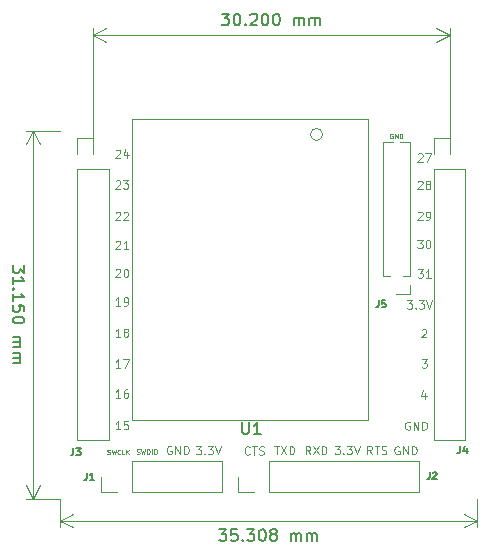
<source format=gbr>
G04 #@! TF.GenerationSoftware,KiCad,Pcbnew,(5.1.5)-3*
G04 #@! TF.CreationDate,2020-01-29T14:55:58+01:00*
G04 #@! TF.ProjectId,Adapter,41646170-7465-4722-9e6b-696361645f70,1*
G04 #@! TF.SameCoordinates,Original*
G04 #@! TF.FileFunction,Legend,Top*
G04 #@! TF.FilePolarity,Positive*
%FSLAX46Y46*%
G04 Gerber Fmt 4.6, Leading zero omitted, Abs format (unit mm)*
G04 Created by KiCad (PCBNEW (5.1.5)-3) date 2020-01-29 14:55:58*
%MOMM*%
%LPD*%
G04 APERTURE LIST*
%ADD10C,0.150000*%
%ADD11C,0.120000*%
%ADD12C,0.100000*%
G04 APERTURE END LIST*
D10*
X142024523Y-70877180D02*
X142643571Y-70877180D01*
X142310238Y-71258133D01*
X142453095Y-71258133D01*
X142548333Y-71305752D01*
X142595952Y-71353371D01*
X142643571Y-71448609D01*
X142643571Y-71686704D01*
X142595952Y-71781942D01*
X142548333Y-71829561D01*
X142453095Y-71877180D01*
X142167380Y-71877180D01*
X142072142Y-71829561D01*
X142024523Y-71781942D01*
X143262619Y-70877180D02*
X143357857Y-70877180D01*
X143453095Y-70924800D01*
X143500714Y-70972419D01*
X143548333Y-71067657D01*
X143595952Y-71258133D01*
X143595952Y-71496228D01*
X143548333Y-71686704D01*
X143500714Y-71781942D01*
X143453095Y-71829561D01*
X143357857Y-71877180D01*
X143262619Y-71877180D01*
X143167380Y-71829561D01*
X143119761Y-71781942D01*
X143072142Y-71686704D01*
X143024523Y-71496228D01*
X143024523Y-71258133D01*
X143072142Y-71067657D01*
X143119761Y-70972419D01*
X143167380Y-70924800D01*
X143262619Y-70877180D01*
X144024523Y-71781942D02*
X144072142Y-71829561D01*
X144024523Y-71877180D01*
X143976904Y-71829561D01*
X144024523Y-71781942D01*
X144024523Y-71877180D01*
X144453095Y-70972419D02*
X144500714Y-70924800D01*
X144595952Y-70877180D01*
X144834047Y-70877180D01*
X144929285Y-70924800D01*
X144976904Y-70972419D01*
X145024523Y-71067657D01*
X145024523Y-71162895D01*
X144976904Y-71305752D01*
X144405476Y-71877180D01*
X145024523Y-71877180D01*
X145643571Y-70877180D02*
X145738809Y-70877180D01*
X145834047Y-70924800D01*
X145881666Y-70972419D01*
X145929285Y-71067657D01*
X145976904Y-71258133D01*
X145976904Y-71496228D01*
X145929285Y-71686704D01*
X145881666Y-71781942D01*
X145834047Y-71829561D01*
X145738809Y-71877180D01*
X145643571Y-71877180D01*
X145548333Y-71829561D01*
X145500714Y-71781942D01*
X145453095Y-71686704D01*
X145405476Y-71496228D01*
X145405476Y-71258133D01*
X145453095Y-71067657D01*
X145500714Y-70972419D01*
X145548333Y-70924800D01*
X145643571Y-70877180D01*
X146595952Y-70877180D02*
X146691190Y-70877180D01*
X146786428Y-70924800D01*
X146834047Y-70972419D01*
X146881666Y-71067657D01*
X146929285Y-71258133D01*
X146929285Y-71496228D01*
X146881666Y-71686704D01*
X146834047Y-71781942D01*
X146786428Y-71829561D01*
X146691190Y-71877180D01*
X146595952Y-71877180D01*
X146500714Y-71829561D01*
X146453095Y-71781942D01*
X146405476Y-71686704D01*
X146357857Y-71496228D01*
X146357857Y-71258133D01*
X146405476Y-71067657D01*
X146453095Y-70972419D01*
X146500714Y-70924800D01*
X146595952Y-70877180D01*
X148119761Y-71877180D02*
X148119761Y-71210514D01*
X148119761Y-71305752D02*
X148167380Y-71258133D01*
X148262619Y-71210514D01*
X148405476Y-71210514D01*
X148500714Y-71258133D01*
X148548333Y-71353371D01*
X148548333Y-71877180D01*
X148548333Y-71353371D02*
X148595952Y-71258133D01*
X148691190Y-71210514D01*
X148834047Y-71210514D01*
X148929285Y-71258133D01*
X148976904Y-71353371D01*
X148976904Y-71877180D01*
X149453095Y-71877180D02*
X149453095Y-71210514D01*
X149453095Y-71305752D02*
X149500714Y-71258133D01*
X149595952Y-71210514D01*
X149738809Y-71210514D01*
X149834047Y-71258133D01*
X149881666Y-71353371D01*
X149881666Y-71877180D01*
X149881666Y-71353371D02*
X149929285Y-71258133D01*
X150024523Y-71210514D01*
X150167380Y-71210514D01*
X150262619Y-71258133D01*
X150310238Y-71353371D01*
X150310238Y-71877180D01*
D11*
X131115000Y-72694800D02*
X161315000Y-72694800D01*
X131115000Y-82753200D02*
X131115000Y-72108379D01*
X161315000Y-82753200D02*
X161315000Y-72108379D01*
X161315000Y-72694800D02*
X160188496Y-73281221D01*
X161315000Y-72694800D02*
X160188496Y-72108379D01*
X131115000Y-72694800D02*
X132241504Y-73281221D01*
X131115000Y-72694800D02*
X132241504Y-72108379D01*
D10*
X141788323Y-114514380D02*
X142407371Y-114514380D01*
X142074038Y-114895333D01*
X142216895Y-114895333D01*
X142312133Y-114942952D01*
X142359752Y-114990571D01*
X142407371Y-115085809D01*
X142407371Y-115323904D01*
X142359752Y-115419142D01*
X142312133Y-115466761D01*
X142216895Y-115514380D01*
X141931180Y-115514380D01*
X141835942Y-115466761D01*
X141788323Y-115419142D01*
X143312133Y-114514380D02*
X142835942Y-114514380D01*
X142788323Y-114990571D01*
X142835942Y-114942952D01*
X142931180Y-114895333D01*
X143169276Y-114895333D01*
X143264514Y-114942952D01*
X143312133Y-114990571D01*
X143359752Y-115085809D01*
X143359752Y-115323904D01*
X143312133Y-115419142D01*
X143264514Y-115466761D01*
X143169276Y-115514380D01*
X142931180Y-115514380D01*
X142835942Y-115466761D01*
X142788323Y-115419142D01*
X143788323Y-115419142D02*
X143835942Y-115466761D01*
X143788323Y-115514380D01*
X143740704Y-115466761D01*
X143788323Y-115419142D01*
X143788323Y-115514380D01*
X144169276Y-114514380D02*
X144788323Y-114514380D01*
X144454990Y-114895333D01*
X144597847Y-114895333D01*
X144693085Y-114942952D01*
X144740704Y-114990571D01*
X144788323Y-115085809D01*
X144788323Y-115323904D01*
X144740704Y-115419142D01*
X144693085Y-115466761D01*
X144597847Y-115514380D01*
X144312133Y-115514380D01*
X144216895Y-115466761D01*
X144169276Y-115419142D01*
X145407371Y-114514380D02*
X145502609Y-114514380D01*
X145597847Y-114562000D01*
X145645466Y-114609619D01*
X145693085Y-114704857D01*
X145740704Y-114895333D01*
X145740704Y-115133428D01*
X145693085Y-115323904D01*
X145645466Y-115419142D01*
X145597847Y-115466761D01*
X145502609Y-115514380D01*
X145407371Y-115514380D01*
X145312133Y-115466761D01*
X145264514Y-115419142D01*
X145216895Y-115323904D01*
X145169276Y-115133428D01*
X145169276Y-114895333D01*
X145216895Y-114704857D01*
X145264514Y-114609619D01*
X145312133Y-114562000D01*
X145407371Y-114514380D01*
X146312133Y-114942952D02*
X146216895Y-114895333D01*
X146169276Y-114847714D01*
X146121657Y-114752476D01*
X146121657Y-114704857D01*
X146169276Y-114609619D01*
X146216895Y-114562000D01*
X146312133Y-114514380D01*
X146502609Y-114514380D01*
X146597847Y-114562000D01*
X146645466Y-114609619D01*
X146693085Y-114704857D01*
X146693085Y-114752476D01*
X146645466Y-114847714D01*
X146597847Y-114895333D01*
X146502609Y-114942952D01*
X146312133Y-114942952D01*
X146216895Y-114990571D01*
X146169276Y-115038190D01*
X146121657Y-115133428D01*
X146121657Y-115323904D01*
X146169276Y-115419142D01*
X146216895Y-115466761D01*
X146312133Y-115514380D01*
X146502609Y-115514380D01*
X146597847Y-115466761D01*
X146645466Y-115419142D01*
X146693085Y-115323904D01*
X146693085Y-115133428D01*
X146645466Y-115038190D01*
X146597847Y-114990571D01*
X146502609Y-114942952D01*
X147883561Y-115514380D02*
X147883561Y-114847714D01*
X147883561Y-114942952D02*
X147931180Y-114895333D01*
X148026419Y-114847714D01*
X148169276Y-114847714D01*
X148264514Y-114895333D01*
X148312133Y-114990571D01*
X148312133Y-115514380D01*
X148312133Y-114990571D02*
X148359752Y-114895333D01*
X148454990Y-114847714D01*
X148597847Y-114847714D01*
X148693085Y-114895333D01*
X148740704Y-114990571D01*
X148740704Y-115514380D01*
X149216895Y-115514380D02*
X149216895Y-114847714D01*
X149216895Y-114942952D02*
X149264514Y-114895333D01*
X149359752Y-114847714D01*
X149502609Y-114847714D01*
X149597847Y-114895333D01*
X149645466Y-114990571D01*
X149645466Y-115514380D01*
X149645466Y-114990571D02*
X149693085Y-114895333D01*
X149788323Y-114847714D01*
X149931180Y-114847714D01*
X150026419Y-114895333D01*
X150074038Y-114990571D01*
X150074038Y-115514380D01*
D11*
X128324800Y-113792000D02*
X163632800Y-113792000D01*
X128324800Y-111950000D02*
X128324800Y-114378421D01*
X163632800Y-111950000D02*
X163632800Y-114378421D01*
X163632800Y-113792000D02*
X162506296Y-114378421D01*
X163632800Y-113792000D02*
X162506296Y-113205579D01*
X128324800Y-113792000D02*
X129451304Y-114378421D01*
X128324800Y-113792000D02*
X129451304Y-113205579D01*
D10*
X125312419Y-92184523D02*
X125312419Y-92803571D01*
X124931466Y-92470238D01*
X124931466Y-92613095D01*
X124883847Y-92708333D01*
X124836228Y-92755952D01*
X124740990Y-92803571D01*
X124502895Y-92803571D01*
X124407657Y-92755952D01*
X124360038Y-92708333D01*
X124312419Y-92613095D01*
X124312419Y-92327380D01*
X124360038Y-92232142D01*
X124407657Y-92184523D01*
X124312419Y-93755952D02*
X124312419Y-93184523D01*
X124312419Y-93470238D02*
X125312419Y-93470238D01*
X125169561Y-93375000D01*
X125074323Y-93279761D01*
X125026704Y-93184523D01*
X124407657Y-94184523D02*
X124360038Y-94232142D01*
X124312419Y-94184523D01*
X124360038Y-94136904D01*
X124407657Y-94184523D01*
X124312419Y-94184523D01*
X124312419Y-95184523D02*
X124312419Y-94613095D01*
X124312419Y-94898809D02*
X125312419Y-94898809D01*
X125169561Y-94803571D01*
X125074323Y-94708333D01*
X125026704Y-94613095D01*
X125312419Y-96089285D02*
X125312419Y-95613095D01*
X124836228Y-95565476D01*
X124883847Y-95613095D01*
X124931466Y-95708333D01*
X124931466Y-95946428D01*
X124883847Y-96041666D01*
X124836228Y-96089285D01*
X124740990Y-96136904D01*
X124502895Y-96136904D01*
X124407657Y-96089285D01*
X124360038Y-96041666D01*
X124312419Y-95946428D01*
X124312419Y-95708333D01*
X124360038Y-95613095D01*
X124407657Y-95565476D01*
X125312419Y-96755952D02*
X125312419Y-96851190D01*
X125264800Y-96946428D01*
X125217180Y-96994047D01*
X125121942Y-97041666D01*
X124931466Y-97089285D01*
X124693371Y-97089285D01*
X124502895Y-97041666D01*
X124407657Y-96994047D01*
X124360038Y-96946428D01*
X124312419Y-96851190D01*
X124312419Y-96755952D01*
X124360038Y-96660714D01*
X124407657Y-96613095D01*
X124502895Y-96565476D01*
X124693371Y-96517857D01*
X124931466Y-96517857D01*
X125121942Y-96565476D01*
X125217180Y-96613095D01*
X125264800Y-96660714D01*
X125312419Y-96755952D01*
X124312419Y-98279761D02*
X124979085Y-98279761D01*
X124883847Y-98279761D02*
X124931466Y-98327380D01*
X124979085Y-98422619D01*
X124979085Y-98565476D01*
X124931466Y-98660714D01*
X124836228Y-98708333D01*
X124312419Y-98708333D01*
X124836228Y-98708333D02*
X124931466Y-98755952D01*
X124979085Y-98851190D01*
X124979085Y-98994047D01*
X124931466Y-99089285D01*
X124836228Y-99136904D01*
X124312419Y-99136904D01*
X124312419Y-99613095D02*
X124979085Y-99613095D01*
X124883847Y-99613095D02*
X124931466Y-99660714D01*
X124979085Y-99755952D01*
X124979085Y-99898809D01*
X124931466Y-99994047D01*
X124836228Y-100041666D01*
X124312419Y-100041666D01*
X124836228Y-100041666D02*
X124931466Y-100089285D01*
X124979085Y-100184523D01*
X124979085Y-100327380D01*
X124931466Y-100422619D01*
X124836228Y-100470238D01*
X124312419Y-100470238D01*
D11*
X126034800Y-80800000D02*
X126034800Y-111950000D01*
X128324800Y-80800000D02*
X125448379Y-80800000D01*
X128324800Y-111950000D02*
X125448379Y-111950000D01*
X126034800Y-111950000D02*
X125448379Y-110823496D01*
X126034800Y-111950000D02*
X126621221Y-110823496D01*
X126034800Y-80800000D02*
X125448379Y-81926504D01*
X126034800Y-80800000D02*
X126621221Y-81926504D01*
D12*
X137769666Y-107498400D02*
X137703000Y-107465066D01*
X137603000Y-107465066D01*
X137503000Y-107498400D01*
X137436333Y-107565066D01*
X137403000Y-107631733D01*
X137369666Y-107765066D01*
X137369666Y-107865066D01*
X137403000Y-107998400D01*
X137436333Y-108065066D01*
X137503000Y-108131733D01*
X137603000Y-108165066D01*
X137669666Y-108165066D01*
X137769666Y-108131733D01*
X137803000Y-108098400D01*
X137803000Y-107865066D01*
X137669666Y-107865066D01*
X138103000Y-108165066D02*
X138103000Y-107465066D01*
X138503000Y-108165066D01*
X138503000Y-107465066D01*
X138836333Y-108165066D02*
X138836333Y-107465066D01*
X139003000Y-107465066D01*
X139103000Y-107498400D01*
X139169666Y-107565066D01*
X139203000Y-107631733D01*
X139236333Y-107765066D01*
X139236333Y-107865066D01*
X139203000Y-107998400D01*
X139169666Y-108065066D01*
X139103000Y-108131733D01*
X139003000Y-108165066D01*
X138836333Y-108165066D01*
X134839180Y-108137304D02*
X134896323Y-108156352D01*
X134991561Y-108156352D01*
X135029657Y-108137304D01*
X135048704Y-108118257D01*
X135067752Y-108080161D01*
X135067752Y-108042066D01*
X135048704Y-108003971D01*
X135029657Y-107984923D01*
X134991561Y-107965876D01*
X134915371Y-107946828D01*
X134877276Y-107927780D01*
X134858228Y-107908733D01*
X134839180Y-107870638D01*
X134839180Y-107832542D01*
X134858228Y-107794447D01*
X134877276Y-107775400D01*
X134915371Y-107756352D01*
X135010609Y-107756352D01*
X135067752Y-107775400D01*
X135201085Y-107756352D02*
X135296323Y-108156352D01*
X135372514Y-107870638D01*
X135448704Y-108156352D01*
X135543942Y-107756352D01*
X135696323Y-108156352D02*
X135696323Y-107756352D01*
X135791561Y-107756352D01*
X135848704Y-107775400D01*
X135886800Y-107813495D01*
X135905847Y-107851590D01*
X135924895Y-107927780D01*
X135924895Y-107984923D01*
X135905847Y-108061114D01*
X135886800Y-108099209D01*
X135848704Y-108137304D01*
X135791561Y-108156352D01*
X135696323Y-108156352D01*
X136096323Y-108156352D02*
X136096323Y-107756352D01*
X136362990Y-107756352D02*
X136439180Y-107756352D01*
X136477276Y-107775400D01*
X136515371Y-107813495D01*
X136534419Y-107889685D01*
X136534419Y-108023019D01*
X136515371Y-108099209D01*
X136477276Y-108137304D01*
X136439180Y-108156352D01*
X136362990Y-108156352D01*
X136324895Y-108137304D01*
X136286800Y-108099209D01*
X136267752Y-108023019D01*
X136267752Y-107889685D01*
X136286800Y-107813495D01*
X136324895Y-107775400D01*
X136362990Y-107756352D01*
X132343638Y-108162704D02*
X132400780Y-108181752D01*
X132496019Y-108181752D01*
X132534114Y-108162704D01*
X132553161Y-108143657D01*
X132572209Y-108105561D01*
X132572209Y-108067466D01*
X132553161Y-108029371D01*
X132534114Y-108010323D01*
X132496019Y-107991276D01*
X132419828Y-107972228D01*
X132381733Y-107953180D01*
X132362685Y-107934133D01*
X132343638Y-107896038D01*
X132343638Y-107857942D01*
X132362685Y-107819847D01*
X132381733Y-107800800D01*
X132419828Y-107781752D01*
X132515066Y-107781752D01*
X132572209Y-107800800D01*
X132705542Y-107781752D02*
X132800780Y-108181752D01*
X132876971Y-107896038D01*
X132953161Y-108181752D01*
X133048400Y-107781752D01*
X133429352Y-108143657D02*
X133410304Y-108162704D01*
X133353161Y-108181752D01*
X133315066Y-108181752D01*
X133257923Y-108162704D01*
X133219828Y-108124609D01*
X133200780Y-108086514D01*
X133181733Y-108010323D01*
X133181733Y-107953180D01*
X133200780Y-107876990D01*
X133219828Y-107838895D01*
X133257923Y-107800800D01*
X133315066Y-107781752D01*
X133353161Y-107781752D01*
X133410304Y-107800800D01*
X133429352Y-107819847D01*
X133791257Y-108181752D02*
X133600780Y-108181752D01*
X133600780Y-107781752D01*
X133924590Y-108181752D02*
X133924590Y-107781752D01*
X134153161Y-108181752D02*
X133981733Y-107953180D01*
X134153161Y-107781752D02*
X133924590Y-108010323D01*
X139835066Y-107490466D02*
X140268400Y-107490466D01*
X140035066Y-107757133D01*
X140135066Y-107757133D01*
X140201733Y-107790466D01*
X140235066Y-107823800D01*
X140268400Y-107890466D01*
X140268400Y-108057133D01*
X140235066Y-108123800D01*
X140201733Y-108157133D01*
X140135066Y-108190466D01*
X139935066Y-108190466D01*
X139868400Y-108157133D01*
X139835066Y-108123800D01*
X140568400Y-108123800D02*
X140601733Y-108157133D01*
X140568400Y-108190466D01*
X140535066Y-108157133D01*
X140568400Y-108123800D01*
X140568400Y-108190466D01*
X140835066Y-107490466D02*
X141268400Y-107490466D01*
X141035066Y-107757133D01*
X141135066Y-107757133D01*
X141201733Y-107790466D01*
X141235066Y-107823800D01*
X141268400Y-107890466D01*
X141268400Y-108057133D01*
X141235066Y-108123800D01*
X141201733Y-108157133D01*
X141135066Y-108190466D01*
X140935066Y-108190466D01*
X140868400Y-108157133D01*
X140835066Y-108123800D01*
X141468400Y-107490466D02*
X141701733Y-108190466D01*
X141935066Y-107490466D01*
X154759866Y-108165066D02*
X154526533Y-107831733D01*
X154359866Y-108165066D02*
X154359866Y-107465066D01*
X154626533Y-107465066D01*
X154693200Y-107498400D01*
X154726533Y-107531733D01*
X154759866Y-107598400D01*
X154759866Y-107698400D01*
X154726533Y-107765066D01*
X154693200Y-107798400D01*
X154626533Y-107831733D01*
X154359866Y-107831733D01*
X154959866Y-107465066D02*
X155359866Y-107465066D01*
X155159866Y-108165066D02*
X155159866Y-107465066D01*
X155559866Y-108131733D02*
X155659866Y-108165066D01*
X155826533Y-108165066D01*
X155893200Y-108131733D01*
X155926533Y-108098400D01*
X155959866Y-108031733D01*
X155959866Y-107965066D01*
X155926533Y-107898400D01*
X155893200Y-107865066D01*
X155826533Y-107831733D01*
X155693200Y-107798400D01*
X155626533Y-107765066D01*
X155593200Y-107731733D01*
X155559866Y-107665066D01*
X155559866Y-107598400D01*
X155593200Y-107531733D01*
X155626533Y-107498400D01*
X155693200Y-107465066D01*
X155859866Y-107465066D01*
X155959866Y-107498400D01*
X149520333Y-108190466D02*
X149287000Y-107857133D01*
X149120333Y-108190466D02*
X149120333Y-107490466D01*
X149387000Y-107490466D01*
X149453666Y-107523800D01*
X149487000Y-107557133D01*
X149520333Y-107623800D01*
X149520333Y-107723800D01*
X149487000Y-107790466D01*
X149453666Y-107823800D01*
X149387000Y-107857133D01*
X149120333Y-107857133D01*
X149753666Y-107490466D02*
X150220333Y-108190466D01*
X150220333Y-107490466D02*
X149753666Y-108190466D01*
X150487000Y-108190466D02*
X150487000Y-107490466D01*
X150653666Y-107490466D01*
X150753666Y-107523800D01*
X150820333Y-107590466D01*
X150853666Y-107657133D01*
X150887000Y-107790466D01*
X150887000Y-107890466D01*
X150853666Y-108023800D01*
X150820333Y-108090466D01*
X150753666Y-108157133D01*
X150653666Y-108190466D01*
X150487000Y-108190466D01*
X146462066Y-107490466D02*
X146862066Y-107490466D01*
X146662066Y-108190466D02*
X146662066Y-107490466D01*
X147028733Y-107490466D02*
X147495400Y-108190466D01*
X147495400Y-107490466D02*
X147028733Y-108190466D01*
X147762066Y-108190466D02*
X147762066Y-107490466D01*
X147928733Y-107490466D01*
X148028733Y-107523800D01*
X148095400Y-107590466D01*
X148128733Y-107657133D01*
X148162066Y-107790466D01*
X148162066Y-107890466D01*
X148128733Y-108023800D01*
X148095400Y-108090466D01*
X148028733Y-108157133D01*
X147928733Y-108190466D01*
X147762066Y-108190466D01*
X144396666Y-108149200D02*
X144363333Y-108182533D01*
X144263333Y-108215866D01*
X144196666Y-108215866D01*
X144096666Y-108182533D01*
X144030000Y-108115866D01*
X143996666Y-108049200D01*
X143963333Y-107915866D01*
X143963333Y-107815866D01*
X143996666Y-107682533D01*
X144030000Y-107615866D01*
X144096666Y-107549200D01*
X144196666Y-107515866D01*
X144263333Y-107515866D01*
X144363333Y-107549200D01*
X144396666Y-107582533D01*
X144596666Y-107515866D02*
X144996666Y-107515866D01*
X144796666Y-108215866D02*
X144796666Y-107515866D01*
X145196666Y-108182533D02*
X145296666Y-108215866D01*
X145463333Y-108215866D01*
X145530000Y-108182533D01*
X145563333Y-108149200D01*
X145596666Y-108082533D01*
X145596666Y-108015866D01*
X145563333Y-107949200D01*
X145530000Y-107915866D01*
X145463333Y-107882533D01*
X145330000Y-107849200D01*
X145263333Y-107815866D01*
X145230000Y-107782533D01*
X145196666Y-107715866D01*
X145196666Y-107649200D01*
X145230000Y-107582533D01*
X145263333Y-107549200D01*
X145330000Y-107515866D01*
X145496666Y-107515866D01*
X145596666Y-107549200D01*
X157048266Y-107523800D02*
X156981600Y-107490466D01*
X156881600Y-107490466D01*
X156781600Y-107523800D01*
X156714933Y-107590466D01*
X156681600Y-107657133D01*
X156648266Y-107790466D01*
X156648266Y-107890466D01*
X156681600Y-108023800D01*
X156714933Y-108090466D01*
X156781600Y-108157133D01*
X156881600Y-108190466D01*
X156948266Y-108190466D01*
X157048266Y-108157133D01*
X157081600Y-108123800D01*
X157081600Y-107890466D01*
X156948266Y-107890466D01*
X157381600Y-108190466D02*
X157381600Y-107490466D01*
X157781600Y-108190466D01*
X157781600Y-107490466D01*
X158114933Y-108190466D02*
X158114933Y-107490466D01*
X158281600Y-107490466D01*
X158381600Y-107523800D01*
X158448266Y-107590466D01*
X158481600Y-107657133D01*
X158514933Y-107790466D01*
X158514933Y-107890466D01*
X158481600Y-108023800D01*
X158448266Y-108090466D01*
X158381600Y-108157133D01*
X158281600Y-108190466D01*
X158114933Y-108190466D01*
X151595266Y-107465066D02*
X152028600Y-107465066D01*
X151795266Y-107731733D01*
X151895266Y-107731733D01*
X151961933Y-107765066D01*
X151995266Y-107798400D01*
X152028600Y-107865066D01*
X152028600Y-108031733D01*
X151995266Y-108098400D01*
X151961933Y-108131733D01*
X151895266Y-108165066D01*
X151695266Y-108165066D01*
X151628600Y-108131733D01*
X151595266Y-108098400D01*
X152328600Y-108098400D02*
X152361933Y-108131733D01*
X152328600Y-108165066D01*
X152295266Y-108131733D01*
X152328600Y-108098400D01*
X152328600Y-108165066D01*
X152595266Y-107465066D02*
X153028600Y-107465066D01*
X152795266Y-107731733D01*
X152895266Y-107731733D01*
X152961933Y-107765066D01*
X152995266Y-107798400D01*
X153028600Y-107865066D01*
X153028600Y-108031733D01*
X152995266Y-108098400D01*
X152961933Y-108131733D01*
X152895266Y-108165066D01*
X152695266Y-108165066D01*
X152628600Y-108131733D01*
X152595266Y-108098400D01*
X153228600Y-107465066D02*
X153461933Y-108165066D01*
X153695266Y-107465066D01*
X156489438Y-81054600D02*
X156451342Y-81035552D01*
X156394200Y-81035552D01*
X156337057Y-81054600D01*
X156298961Y-81092695D01*
X156279914Y-81130790D01*
X156260866Y-81206980D01*
X156260866Y-81264123D01*
X156279914Y-81340314D01*
X156298961Y-81378409D01*
X156337057Y-81416504D01*
X156394200Y-81435552D01*
X156432295Y-81435552D01*
X156489438Y-81416504D01*
X156508485Y-81397457D01*
X156508485Y-81264123D01*
X156432295Y-81264123D01*
X156679914Y-81435552D02*
X156679914Y-81035552D01*
X156908485Y-81435552D01*
X156908485Y-81035552D01*
X157098961Y-81435552D02*
X157098961Y-81035552D01*
X157194200Y-81035552D01*
X157251342Y-81054600D01*
X157289438Y-81092695D01*
X157308485Y-81130790D01*
X157327533Y-81206980D01*
X157327533Y-81264123D01*
X157308485Y-81340314D01*
X157289438Y-81378409D01*
X157251342Y-81416504D01*
X157194200Y-81435552D01*
X157098961Y-81435552D01*
X158623066Y-85103533D02*
X158656400Y-85070200D01*
X158723066Y-85036866D01*
X158889733Y-85036866D01*
X158956400Y-85070200D01*
X158989733Y-85103533D01*
X159023066Y-85170200D01*
X159023066Y-85236866D01*
X158989733Y-85336866D01*
X158589733Y-85736866D01*
X159023066Y-85736866D01*
X159423066Y-85336866D02*
X159356400Y-85303533D01*
X159323066Y-85270200D01*
X159289733Y-85203533D01*
X159289733Y-85170200D01*
X159323066Y-85103533D01*
X159356400Y-85070200D01*
X159423066Y-85036866D01*
X159556400Y-85036866D01*
X159623066Y-85070200D01*
X159656400Y-85103533D01*
X159689733Y-85170200D01*
X159689733Y-85203533D01*
X159656400Y-85270200D01*
X159623066Y-85303533D01*
X159556400Y-85336866D01*
X159423066Y-85336866D01*
X159356400Y-85370200D01*
X159323066Y-85403533D01*
X159289733Y-85470200D01*
X159289733Y-85603533D01*
X159323066Y-85670200D01*
X159356400Y-85703533D01*
X159423066Y-85736866D01*
X159556400Y-85736866D01*
X159623066Y-85703533D01*
X159656400Y-85670200D01*
X159689733Y-85603533D01*
X159689733Y-85470200D01*
X159656400Y-85403533D01*
X159623066Y-85370200D01*
X159556400Y-85336866D01*
X158623066Y-82766733D02*
X158656400Y-82733400D01*
X158723066Y-82700066D01*
X158889733Y-82700066D01*
X158956400Y-82733400D01*
X158989733Y-82766733D01*
X159023066Y-82833400D01*
X159023066Y-82900066D01*
X158989733Y-83000066D01*
X158589733Y-83400066D01*
X159023066Y-83400066D01*
X159256400Y-82700066D02*
X159723066Y-82700066D01*
X159423066Y-83400066D01*
X158623066Y-87694333D02*
X158656400Y-87661000D01*
X158723066Y-87627666D01*
X158889733Y-87627666D01*
X158956400Y-87661000D01*
X158989733Y-87694333D01*
X159023066Y-87761000D01*
X159023066Y-87827666D01*
X158989733Y-87927666D01*
X158589733Y-88327666D01*
X159023066Y-88327666D01*
X159356400Y-88327666D02*
X159489733Y-88327666D01*
X159556400Y-88294333D01*
X159589733Y-88261000D01*
X159656400Y-88161000D01*
X159689733Y-88027666D01*
X159689733Y-87761000D01*
X159656400Y-87694333D01*
X159623066Y-87661000D01*
X159556400Y-87627666D01*
X159423066Y-87627666D01*
X159356400Y-87661000D01*
X159323066Y-87694333D01*
X159289733Y-87761000D01*
X159289733Y-87927666D01*
X159323066Y-87994333D01*
X159356400Y-88027666D01*
X159423066Y-88061000D01*
X159556400Y-88061000D01*
X159623066Y-88027666D01*
X159656400Y-87994333D01*
X159689733Y-87927666D01*
X158589733Y-90040666D02*
X159023066Y-90040666D01*
X158789733Y-90307333D01*
X158889733Y-90307333D01*
X158956400Y-90340666D01*
X158989733Y-90374000D01*
X159023066Y-90440666D01*
X159023066Y-90607333D01*
X158989733Y-90674000D01*
X158956400Y-90707333D01*
X158889733Y-90740666D01*
X158689733Y-90740666D01*
X158623066Y-90707333D01*
X158589733Y-90674000D01*
X159456400Y-90040666D02*
X159523066Y-90040666D01*
X159589733Y-90074000D01*
X159623066Y-90107333D01*
X159656400Y-90174000D01*
X159689733Y-90307333D01*
X159689733Y-90474000D01*
X159656400Y-90607333D01*
X159623066Y-90674000D01*
X159589733Y-90707333D01*
X159523066Y-90740666D01*
X159456400Y-90740666D01*
X159389733Y-90707333D01*
X159356400Y-90674000D01*
X159323066Y-90607333D01*
X159289733Y-90474000D01*
X159289733Y-90307333D01*
X159323066Y-90174000D01*
X159356400Y-90107333D01*
X159389733Y-90074000D01*
X159456400Y-90040666D01*
X158615133Y-92529866D02*
X159048466Y-92529866D01*
X158815133Y-92796533D01*
X158915133Y-92796533D01*
X158981800Y-92829866D01*
X159015133Y-92863200D01*
X159048466Y-92929866D01*
X159048466Y-93096533D01*
X159015133Y-93163200D01*
X158981800Y-93196533D01*
X158915133Y-93229866D01*
X158715133Y-93229866D01*
X158648466Y-93196533D01*
X158615133Y-93163200D01*
X159715133Y-93229866D02*
X159315133Y-93229866D01*
X159515133Y-93229866D02*
X159515133Y-92529866D01*
X159448466Y-92629866D01*
X159381800Y-92696533D01*
X159315133Y-92729866D01*
X157716666Y-95146066D02*
X158150000Y-95146066D01*
X157916666Y-95412733D01*
X158016666Y-95412733D01*
X158083333Y-95446066D01*
X158116666Y-95479400D01*
X158150000Y-95546066D01*
X158150000Y-95712733D01*
X158116666Y-95779400D01*
X158083333Y-95812733D01*
X158016666Y-95846066D01*
X157816666Y-95846066D01*
X157750000Y-95812733D01*
X157716666Y-95779400D01*
X158450000Y-95779400D02*
X158483333Y-95812733D01*
X158450000Y-95846066D01*
X158416666Y-95812733D01*
X158450000Y-95779400D01*
X158450000Y-95846066D01*
X158716666Y-95146066D02*
X159150000Y-95146066D01*
X158916666Y-95412733D01*
X159016666Y-95412733D01*
X159083333Y-95446066D01*
X159116666Y-95479400D01*
X159150000Y-95546066D01*
X159150000Y-95712733D01*
X159116666Y-95779400D01*
X159083333Y-95812733D01*
X159016666Y-95846066D01*
X158816666Y-95846066D01*
X158750000Y-95812733D01*
X158716666Y-95779400D01*
X159350000Y-95146066D02*
X159583333Y-95846066D01*
X159816666Y-95146066D01*
X158948466Y-100149866D02*
X159381800Y-100149866D01*
X159148466Y-100416533D01*
X159248466Y-100416533D01*
X159315133Y-100449866D01*
X159348466Y-100483200D01*
X159381800Y-100549866D01*
X159381800Y-100716533D01*
X159348466Y-100783200D01*
X159315133Y-100816533D01*
X159248466Y-100849866D01*
X159048466Y-100849866D01*
X158981800Y-100816533D01*
X158948466Y-100783200D01*
X158956400Y-97651133D02*
X158989733Y-97617800D01*
X159056400Y-97584466D01*
X159223066Y-97584466D01*
X159289733Y-97617800D01*
X159323066Y-97651133D01*
X159356400Y-97717800D01*
X159356400Y-97784466D01*
X159323066Y-97884466D01*
X158923066Y-98284466D01*
X159356400Y-98284466D01*
X159264333Y-102999400D02*
X159264333Y-103466066D01*
X159097666Y-102732733D02*
X158931000Y-103232733D01*
X159364333Y-103232733D01*
X157937266Y-105441000D02*
X157870600Y-105407666D01*
X157770600Y-105407666D01*
X157670600Y-105441000D01*
X157603933Y-105507666D01*
X157570600Y-105574333D01*
X157537266Y-105707666D01*
X157537266Y-105807666D01*
X157570600Y-105941000D01*
X157603933Y-106007666D01*
X157670600Y-106074333D01*
X157770600Y-106107666D01*
X157837266Y-106107666D01*
X157937266Y-106074333D01*
X157970600Y-106041000D01*
X157970600Y-105807666D01*
X157837266Y-105807666D01*
X158270600Y-106107666D02*
X158270600Y-105407666D01*
X158670600Y-106107666D01*
X158670600Y-105407666D01*
X159003933Y-106107666D02*
X159003933Y-105407666D01*
X159170600Y-105407666D01*
X159270600Y-105441000D01*
X159337266Y-105507666D01*
X159370600Y-105574333D01*
X159403933Y-105707666D01*
X159403933Y-105807666D01*
X159370600Y-105941000D01*
X159337266Y-106007666D01*
X159270600Y-106074333D01*
X159170600Y-106107666D01*
X159003933Y-106107666D01*
X133041466Y-82444533D02*
X133074800Y-82411200D01*
X133141466Y-82377866D01*
X133308133Y-82377866D01*
X133374800Y-82411200D01*
X133408133Y-82444533D01*
X133441466Y-82511200D01*
X133441466Y-82577866D01*
X133408133Y-82677866D01*
X133008133Y-83077866D01*
X133441466Y-83077866D01*
X134041466Y-82611200D02*
X134041466Y-83077866D01*
X133874800Y-82344533D02*
X133708133Y-82844533D01*
X134141466Y-82844533D01*
X133041466Y-85054533D02*
X133074800Y-85021200D01*
X133141466Y-84987866D01*
X133308133Y-84987866D01*
X133374800Y-85021200D01*
X133408133Y-85054533D01*
X133441466Y-85121200D01*
X133441466Y-85187866D01*
X133408133Y-85287866D01*
X133008133Y-85687866D01*
X133441466Y-85687866D01*
X133674800Y-84987866D02*
X134108133Y-84987866D01*
X133874800Y-85254533D01*
X133974800Y-85254533D01*
X134041466Y-85287866D01*
X134074800Y-85321200D01*
X134108133Y-85387866D01*
X134108133Y-85554533D01*
X134074800Y-85621200D01*
X134041466Y-85654533D01*
X133974800Y-85687866D01*
X133774800Y-85687866D01*
X133708133Y-85654533D01*
X133674800Y-85621200D01*
X133041466Y-87719733D02*
X133074800Y-87686400D01*
X133141466Y-87653066D01*
X133308133Y-87653066D01*
X133374800Y-87686400D01*
X133408133Y-87719733D01*
X133441466Y-87786400D01*
X133441466Y-87853066D01*
X133408133Y-87953066D01*
X133008133Y-88353066D01*
X133441466Y-88353066D01*
X133708133Y-87719733D02*
X133741466Y-87686400D01*
X133808133Y-87653066D01*
X133974800Y-87653066D01*
X134041466Y-87686400D01*
X134074800Y-87719733D01*
X134108133Y-87786400D01*
X134108133Y-87853066D01*
X134074800Y-87953066D01*
X133674800Y-88353066D01*
X134108133Y-88353066D01*
X133041466Y-90183533D02*
X133074800Y-90150200D01*
X133141466Y-90116866D01*
X133308133Y-90116866D01*
X133374800Y-90150200D01*
X133408133Y-90183533D01*
X133441466Y-90250200D01*
X133441466Y-90316866D01*
X133408133Y-90416866D01*
X133008133Y-90816866D01*
X133441466Y-90816866D01*
X134108133Y-90816866D02*
X133708133Y-90816866D01*
X133908133Y-90816866D02*
X133908133Y-90116866D01*
X133841466Y-90216866D01*
X133774800Y-90283533D01*
X133708133Y-90316866D01*
X133041466Y-92545733D02*
X133074800Y-92512400D01*
X133141466Y-92479066D01*
X133308133Y-92479066D01*
X133374800Y-92512400D01*
X133408133Y-92545733D01*
X133441466Y-92612400D01*
X133441466Y-92679066D01*
X133408133Y-92779066D01*
X133008133Y-93179066D01*
X133441466Y-93179066D01*
X133874800Y-92479066D02*
X133941466Y-92479066D01*
X134008133Y-92512400D01*
X134041466Y-92545733D01*
X134074800Y-92612400D01*
X134108133Y-92745733D01*
X134108133Y-92912400D01*
X134074800Y-93045733D01*
X134041466Y-93112400D01*
X134008133Y-93145733D01*
X133941466Y-93179066D01*
X133874800Y-93179066D01*
X133808133Y-93145733D01*
X133774800Y-93112400D01*
X133741466Y-93045733D01*
X133708133Y-92912400D01*
X133708133Y-92745733D01*
X133741466Y-92612400D01*
X133774800Y-92545733D01*
X133808133Y-92512400D01*
X133874800Y-92479066D01*
X133441466Y-95592066D02*
X133041466Y-95592066D01*
X133241466Y-95592066D02*
X133241466Y-94892066D01*
X133174800Y-94992066D01*
X133108133Y-95058733D01*
X133041466Y-95092066D01*
X133774800Y-95592066D02*
X133908133Y-95592066D01*
X133974800Y-95558733D01*
X134008133Y-95525400D01*
X134074800Y-95425400D01*
X134108133Y-95292066D01*
X134108133Y-95025400D01*
X134074800Y-94958733D01*
X134041466Y-94925400D01*
X133974800Y-94892066D01*
X133841466Y-94892066D01*
X133774800Y-94925400D01*
X133741466Y-94958733D01*
X133708133Y-95025400D01*
X133708133Y-95192066D01*
X133741466Y-95258733D01*
X133774800Y-95292066D01*
X133841466Y-95325400D01*
X133974800Y-95325400D01*
X134041466Y-95292066D01*
X134074800Y-95258733D01*
X134108133Y-95192066D01*
X133441466Y-98233666D02*
X133041466Y-98233666D01*
X133241466Y-98233666D02*
X133241466Y-97533666D01*
X133174800Y-97633666D01*
X133108133Y-97700333D01*
X133041466Y-97733666D01*
X133841466Y-97833666D02*
X133774800Y-97800333D01*
X133741466Y-97767000D01*
X133708133Y-97700333D01*
X133708133Y-97667000D01*
X133741466Y-97600333D01*
X133774800Y-97567000D01*
X133841466Y-97533666D01*
X133974800Y-97533666D01*
X134041466Y-97567000D01*
X134074800Y-97600333D01*
X134108133Y-97667000D01*
X134108133Y-97700333D01*
X134074800Y-97767000D01*
X134041466Y-97800333D01*
X133974800Y-97833666D01*
X133841466Y-97833666D01*
X133774800Y-97867000D01*
X133741466Y-97900333D01*
X133708133Y-97967000D01*
X133708133Y-98100333D01*
X133741466Y-98167000D01*
X133774800Y-98200333D01*
X133841466Y-98233666D01*
X133974800Y-98233666D01*
X134041466Y-98200333D01*
X134074800Y-98167000D01*
X134108133Y-98100333D01*
X134108133Y-97967000D01*
X134074800Y-97900333D01*
X134041466Y-97867000D01*
X133974800Y-97833666D01*
X133441466Y-100849866D02*
X133041466Y-100849866D01*
X133241466Y-100849866D02*
X133241466Y-100149866D01*
X133174800Y-100249866D01*
X133108133Y-100316533D01*
X133041466Y-100349866D01*
X133674800Y-100149866D02*
X134141466Y-100149866D01*
X133841466Y-100849866D01*
X133441466Y-103389866D02*
X133041466Y-103389866D01*
X133241466Y-103389866D02*
X133241466Y-102689866D01*
X133174800Y-102789866D01*
X133108133Y-102856533D01*
X133041466Y-102889866D01*
X134041466Y-102689866D02*
X133908133Y-102689866D01*
X133841466Y-102723200D01*
X133808133Y-102756533D01*
X133741466Y-102856533D01*
X133708133Y-102989866D01*
X133708133Y-103256533D01*
X133741466Y-103323200D01*
X133774800Y-103356533D01*
X133841466Y-103389866D01*
X133974800Y-103389866D01*
X134041466Y-103356533D01*
X134074800Y-103323200D01*
X134108133Y-103256533D01*
X134108133Y-103089866D01*
X134074800Y-103023200D01*
X134041466Y-102989866D01*
X133974800Y-102956533D01*
X133841466Y-102956533D01*
X133774800Y-102989866D01*
X133741466Y-103023200D01*
X133708133Y-103089866D01*
X133441466Y-106082266D02*
X133041466Y-106082266D01*
X133241466Y-106082266D02*
X133241466Y-105382266D01*
X133174800Y-105482266D01*
X133108133Y-105548933D01*
X133041466Y-105582266D01*
X134074800Y-105382266D02*
X133741466Y-105382266D01*
X133708133Y-105715600D01*
X133741466Y-105682266D01*
X133808133Y-105648933D01*
X133974800Y-105648933D01*
X134041466Y-105682266D01*
X134074800Y-105715600D01*
X134108133Y-105782266D01*
X134108133Y-105948933D01*
X134074800Y-106015600D01*
X134041466Y-106048933D01*
X133974800Y-106082266D01*
X133808133Y-106082266D01*
X133741466Y-106048933D01*
X133708133Y-106015600D01*
D11*
X159985000Y-81423200D02*
X161315000Y-81423200D01*
X159985000Y-82753200D02*
X159985000Y-81423200D01*
X159985000Y-84023200D02*
X162645000Y-84023200D01*
X162645000Y-84023200D02*
X162645000Y-106943200D01*
X159985000Y-84023200D02*
X159985000Y-106943200D01*
X159985000Y-106943200D02*
X162645000Y-106943200D01*
X143406000Y-111414000D02*
X143406000Y-110084000D01*
X144736000Y-111414000D02*
X143406000Y-111414000D01*
X146006000Y-111414000D02*
X146006000Y-108754000D01*
X146006000Y-108754000D02*
X158766000Y-108754000D01*
X146006000Y-111414000D02*
X158766000Y-111414000D01*
X158766000Y-111414000D02*
X158766000Y-108754000D01*
X142077000Y-111414000D02*
X142077000Y-108754000D01*
X134397000Y-111414000D02*
X142077000Y-111414000D01*
X134397000Y-108754000D02*
X142077000Y-108754000D01*
X134397000Y-111414000D02*
X134397000Y-108754000D01*
X133127000Y-111414000D02*
X131797000Y-111414000D01*
X131797000Y-111414000D02*
X131797000Y-110084000D01*
X129785000Y-106943200D02*
X132445000Y-106943200D01*
X129785000Y-84023200D02*
X129785000Y-106943200D01*
X132445000Y-84023200D02*
X132445000Y-106943200D01*
X129785000Y-84023200D02*
X132445000Y-84023200D01*
X129785000Y-82753200D02*
X129785000Y-81423200D01*
X129785000Y-81423200D02*
X131115000Y-81423200D01*
X157930000Y-81702200D02*
X157127530Y-81702200D01*
X156512470Y-81702200D02*
X155710000Y-81702200D01*
X157930000Y-93067200D02*
X157930000Y-81702200D01*
X155710000Y-93067200D02*
X155710000Y-81702200D01*
X157930000Y-93067200D02*
X157383471Y-93067200D01*
X156256529Y-93067200D02*
X155710000Y-93067200D01*
X157930000Y-93827200D02*
X157930000Y-94587200D01*
X157930000Y-94587200D02*
X156820000Y-94587200D01*
X154423000Y-105299200D02*
X154423000Y-79799200D01*
X134423000Y-105299200D02*
X134423000Y-79799200D01*
X154423000Y-79799200D02*
X134423000Y-79799200D01*
X154423000Y-105299200D02*
X134423000Y-105299200D01*
X150561053Y-81095000D02*
G75*
G03X150561053Y-81095000I-511953J0D01*
G01*
D10*
X162207600Y-107469028D02*
X162207600Y-107897600D01*
X162179028Y-107983314D01*
X162121885Y-108040457D01*
X162036171Y-108069028D01*
X161979028Y-108069028D01*
X162750457Y-107669028D02*
X162750457Y-108069028D01*
X162607600Y-107440457D02*
X162464742Y-107869028D01*
X162836171Y-107869028D01*
X159616680Y-109704628D02*
X159616680Y-110133200D01*
X159588108Y-110218914D01*
X159530965Y-110276057D01*
X159445251Y-110304628D01*
X159388108Y-110304628D01*
X159873822Y-109761771D02*
X159902394Y-109733200D01*
X159959537Y-109704628D01*
X160102394Y-109704628D01*
X160159537Y-109733200D01*
X160188108Y-109761771D01*
X160216680Y-109818914D01*
X160216680Y-109876057D01*
X160188108Y-109961771D01*
X159845251Y-110304628D01*
X160216680Y-110304628D01*
X130597000Y-109755428D02*
X130597000Y-110184000D01*
X130568428Y-110269714D01*
X130511285Y-110326857D01*
X130425571Y-110355428D01*
X130368428Y-110355428D01*
X131197000Y-110355428D02*
X130854142Y-110355428D01*
X131025571Y-110355428D02*
X131025571Y-109755428D01*
X130968428Y-109841142D01*
X130911285Y-109898285D01*
X130854142Y-109926857D01*
X129467000Y-107672228D02*
X129467000Y-108100800D01*
X129438428Y-108186514D01*
X129381285Y-108243657D01*
X129295571Y-108272228D01*
X129238428Y-108272228D01*
X129695571Y-107672228D02*
X130067000Y-107672228D01*
X129867000Y-107900800D01*
X129952714Y-107900800D01*
X130009857Y-107929371D01*
X130038428Y-107957942D01*
X130067000Y-108015085D01*
X130067000Y-108157942D01*
X130038428Y-108215085D01*
X130009857Y-108243657D01*
X129952714Y-108272228D01*
X129781285Y-108272228D01*
X129724142Y-108243657D01*
X129695571Y-108215085D01*
X155298800Y-95150028D02*
X155298800Y-95578600D01*
X155270228Y-95664314D01*
X155213085Y-95721457D01*
X155127371Y-95750028D01*
X155070228Y-95750028D01*
X155870228Y-95150028D02*
X155584514Y-95150028D01*
X155555942Y-95435742D01*
X155584514Y-95407171D01*
X155641657Y-95378600D01*
X155784514Y-95378600D01*
X155841657Y-95407171D01*
X155870228Y-95435742D01*
X155898800Y-95492885D01*
X155898800Y-95635742D01*
X155870228Y-95692885D01*
X155841657Y-95721457D01*
X155784514Y-95750028D01*
X155641657Y-95750028D01*
X155584514Y-95721457D01*
X155555942Y-95692885D01*
X143749995Y-105464780D02*
X143749995Y-106274304D01*
X143797614Y-106369542D01*
X143845233Y-106417161D01*
X143940471Y-106464780D01*
X144130947Y-106464780D01*
X144226185Y-106417161D01*
X144273804Y-106369542D01*
X144321423Y-106274304D01*
X144321423Y-105464780D01*
X145321423Y-106464780D02*
X144749995Y-106464780D01*
X145035709Y-106464780D02*
X145035709Y-105464780D01*
X144940471Y-105607638D01*
X144845233Y-105702876D01*
X144749995Y-105750495D01*
M02*

</source>
